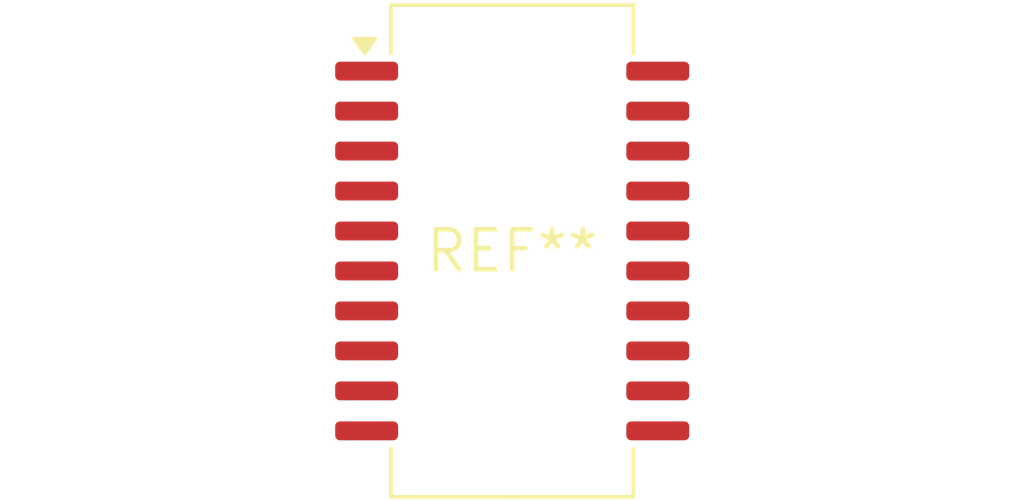
<source format=kicad_pcb>
(kicad_pcb (version 20240108) (generator pcbnew)
  (layers (0 "F.Cu" signal) (31 "B.Cu" signal) (34 "B.Paste" user) (35 "F.Paste" user) (36 "B.SilkS" user "B.Silkscreen") (37 "F.SilkS" user "F.Silkscreen") (38 "B.Mask" user) (39 "F.Mask" user) (44 "Edge.Cuts" user))
  (net 0 "")
  (footprint "SOIC-20W_7.5x15.4mm_P1.27mm" (layer "F.Cu") (at 0 0)
    (property "Reference" "REF**")
    (property "Value" "SOIC-20W_7.5x15.4mm_P1.27mm")
    (fp_line (start -3.855 -7.8125) (end -3.855 -6.275) (layer "F.SilkS") (stroke (width 0.12)))
    (fp_line (start -3.855 7.8125) (end -3.855 6.275) (layer "F.SilkS") (stroke (width 0.12)))
    (fp_line (start 0 -7.8125) (end -3.855 -7.8125) (layer "F.SilkS") (stroke (width 0.12)))
    (fp_line (start 0 -7.8125) (end 3.855 -7.8125) (layer "F.SilkS") (stroke (width 0.12)))
    (fp_line (start 0 7.8125) (end -3.855 7.8125) (layer "F.SilkS") (stroke (width 0.12)))
    (fp_line (start 0 7.8125) (end 3.855 7.8125) (layer "F.SilkS") (stroke (width 0.12)))
    (fp_line (start 3.855 -7.8125) (end 3.855 -6.275) (layer "F.SilkS") (stroke (width 0.12)))
    (fp_line (start 3.855 7.8125) (end 3.855 6.275) (layer "F.SilkS") (stroke (width 0.12)))
    (fp_poly (pts (xy -4.685 -6.275) (xy -5.025 -6.745) (xy -4.345 -6.745) (xy -4.685 -6.275)) (layer "F.SilkS") (stroke (width 0.12)) (fill solid))
    (pad "1" smd roundrect (at -4.625 -5.715) (size 2 0.6) (layers "F.Cu" "F.Paste" "F.Mask"))
    (pad "2" smd roundrect (at -4.625 -4.445) (size 2 0.6) (layers "F.Cu" "F.Paste" "F.Mask"))
    (pad "3" smd roundrect (at -4.625 -3.175) (size 2 0.6) (layers "F.Cu" "F.Paste" "F.Mask"))
    (pad "4" smd roundrect (at -4.625 -1.905) (size 2 0.6) (layers "F.Cu" "F.Paste" "F.Mask"))
    (pad "5" smd roundrect (at -4.625 -0.635) (size 2 0.6) (layers "F.Cu" "F.Paste" "F.Mask"))
    (pad "6" smd roundrect (at -4.625 0.635) (size 2 0.6) (layers "F.Cu" "F.Paste" "F.Mask"))
    (pad "7" smd roundrect (at -4.625 1.905) (size 2 0.6) (layers "F.Cu" "F.Paste" "F.Mask"))
    (pad "8" smd roundrect (at -4.625 3.175) (size 2 0.6) (layers "F.Cu" "F.Paste" "F.Mask"))
    (pad "9" smd roundrect (at -4.625 4.445) (size 2 0.6) (layers "F.Cu" "F.Paste" "F.Mask"))
    (pad "10" smd roundrect (at -4.625 5.715) (size 2 0.6) (layers "F.Cu" "F.Paste" "F.Mask"))
    (pad "11" smd roundrect (at 4.625 5.715) (size 2 0.6) (layers "F.Cu" "F.Paste" "F.Mask"))
    (pad "12" smd roundrect (at 4.625 4.445) (size 2 0.6) (layers "F.Cu" "F.Paste" "F.Mask"))
    (pad "13" smd roundrect (at 4.625 3.175) (size 2 0.6) (layers "F.Cu" "F.Paste" "F.Mask"))
    (pad "14" smd roundrect (at 4.625 1.905) (size 2 0.6) (layers "F.Cu" "F.Paste" "F.Mask"))
    (pad "15" smd roundrect (at 4.625 0.635) (size 2 0.6) (layers "F.Cu" "F.Paste" "F.Mask"))
    (pad "16" smd roundrect (at 4.625 -0.635) (size 2 0.6) (layers "F.Cu" "F.Paste" "F.Mask"))
    (pad "17" smd roundrect (at 4.625 -1.905) (size 2 0.6) (layers "F.Cu" "F.Paste" "F.Mask"))
    (pad "18" smd roundrect (at 4.625 -3.175) (size 2 0.6) (layers "F.Cu" "F.Paste" "F.Mask"))
    (pad "19" smd roundrect (at 4.625 -4.445) (size 2 0.6) (layers "F.Cu" "F.Paste" "F.Mask"))
    (pad "20" smd roundrect (at 4.625 -5.715) (size 2 0.6) (layers "F.Cu" "F.Paste" "F.Mask"))
  )
)
</source>
